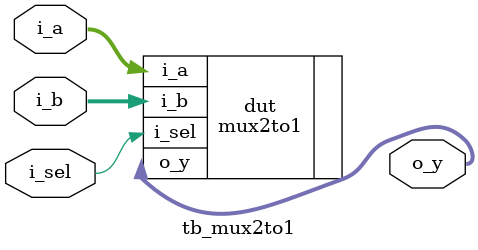
<source format=sv>
module tb_mux2to1 (
  input logic [7:0] i_a,
  input logic [7:0] i_b,
  input logic       i_sel,

  output logic [7:0] o_y
);

  mux2to1 dut (
    .i_a  (i_a),
    .i_b  (i_b),
    .i_sel(i_sel),
    .o_y  (o_y)
  );

  initial begin
    $dumpfile("waves.vcd");
    $dumpvars;
  end

endmodule

</source>
